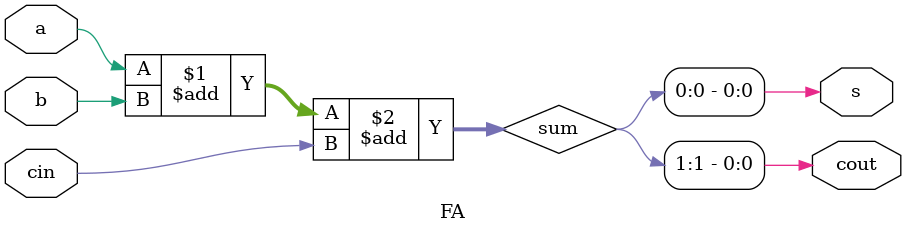
<source format=v>
module FA(a,b,cin,cout,s);
	input a,b,cin;
	output cout,s; 
	wire [1:0] sum;
	
	assign sum = a + b + cin;
	assign cout = sum[1];
	assign s = sum[0];

endmodule
</source>
